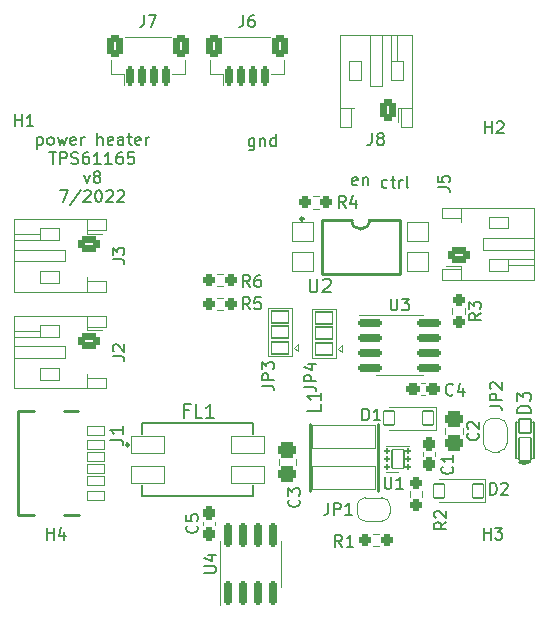
<source format=gbr>
%TF.GenerationSoftware,KiCad,Pcbnew,7.0.9*%
%TF.CreationDate,2024-04-01T19:19:28-06:00*%
%TF.ProjectId,TPS61165-heater-v8,54505336-3131-4363-952d-686561746572,rev?*%
%TF.SameCoordinates,Original*%
%TF.FileFunction,Legend,Top*%
%TF.FilePolarity,Positive*%
%FSLAX46Y46*%
G04 Gerber Fmt 4.6, Leading zero omitted, Abs format (unit mm)*
G04 Created by KiCad (PCBNEW 7.0.9) date 2024-04-01 19:19:28*
%MOMM*%
%LPD*%
G01*
G04 APERTURE LIST*
G04 Aperture macros list*
%AMRoundRect*
0 Rectangle with rounded corners*
0 $1 Rounding radius*
0 $2 $3 $4 $5 $6 $7 $8 $9 X,Y pos of 4 corners*
0 Add a 4 corners polygon primitive as box body*
4,1,4,$2,$3,$4,$5,$6,$7,$8,$9,$2,$3,0*
0 Add four circle primitives for the rounded corners*
1,1,$1+$1,$2,$3*
1,1,$1+$1,$4,$5*
1,1,$1+$1,$6,$7*
1,1,$1+$1,$8,$9*
0 Add four rect primitives between the rounded corners*
20,1,$1+$1,$2,$3,$4,$5,0*
20,1,$1+$1,$4,$5,$6,$7,0*
20,1,$1+$1,$6,$7,$8,$9,0*
20,1,$1+$1,$8,$9,$2,$3,0*%
%AMFreePoly0*
4,1,35,0.536062,0.786062,0.551000,0.750000,0.551000,-0.750000,0.536062,-0.786062,0.500000,-0.801000,0.000000,-0.801000,-0.012285,-0.795911,-0.071157,-0.795911,-0.085525,-0.793845,-0.222076,-0.753750,-0.235281,-0.747720,-0.355003,-0.670779,-0.365973,-0.661273,-0.459170,-0.553718,-0.467018,-0.541506,-0.526137,-0.412052,-0.530227,-0.398124,-0.550481,-0.257258,-0.551000,-0.250000,-0.551000,0.250000,
-0.550481,0.257258,-0.530227,0.398124,-0.526137,0.412052,-0.467018,0.541506,-0.459170,0.553718,-0.365973,0.661273,-0.355003,0.670779,-0.235281,0.747720,-0.222076,0.753750,-0.085525,0.793845,-0.071157,0.795911,-0.012285,0.795911,0.000000,0.801000,0.500000,0.801000,0.536062,0.786062,0.536062,0.786062,$1*%
%AMFreePoly1*
4,1,35,0.012285,0.795911,0.071157,0.795911,0.085525,0.793845,0.222076,0.753750,0.235281,0.747720,0.355003,0.670779,0.365973,0.661273,0.459170,0.553718,0.467018,0.541506,0.526137,0.412052,0.530227,0.398124,0.550481,0.257258,0.551000,0.250000,0.551000,-0.250000,0.550481,-0.257258,0.530227,-0.398124,0.526137,-0.412052,0.467018,-0.541506,0.459170,-0.553718,0.365973,-0.661273,
0.355003,-0.670779,0.235281,-0.747720,0.222076,-0.753750,0.085525,-0.793845,0.071157,-0.795911,0.012285,-0.795911,0.000000,-0.801000,-0.500000,-0.801000,-0.536062,-0.786062,-0.551000,-0.750000,-0.551000,0.750000,-0.536062,0.786062,-0.500000,0.801000,0.000000,0.801000,0.012285,0.795911,0.012285,0.795911,$1*%
G04 Aperture macros list end*
%ADD10C,0.150000*%
%ADD11C,0.152000*%
%ADD12C,0.120000*%
%ADD13C,0.254000*%
%ADD14C,0.250000*%
%ADD15RoundRect,0.301000X-0.625000X0.350000X-0.625000X-0.350000X0.625000X-0.350000X0.625000X0.350000X0*%
%ADD16O,1.852000X1.302000*%
%ADD17RoundRect,0.301000X0.625000X-0.350000X0.625000X0.350000X-0.625000X0.350000X-0.625000X-0.350000X0*%
%ADD18O,1.902000X1.202000*%
%ADD19RoundRect,0.051000X-0.750000X0.350000X-0.750000X-0.350000X0.750000X-0.350000X0.750000X0.350000X0*%
%ADD20RoundRect,0.051000X-0.750000X0.380000X-0.750000X-0.380000X0.750000X-0.380000X0.750000X0.380000X0*%
%ADD21RoundRect,0.051000X-0.750000X0.400000X-0.750000X-0.400000X0.750000X-0.400000X0.750000X0.400000X0*%
%ADD22RoundRect,0.144750X0.093750X0.106250X-0.093750X0.106250X-0.093750X-0.106250X0.093750X-0.106250X0*%
%ADD23RoundRect,0.051000X0.500000X0.800000X-0.500000X0.800000X-0.500000X-0.800000X0.500000X-0.800000X0*%
%ADD24RoundRect,0.051000X2.650000X-1.000000X2.650000X1.000000X-2.650000X1.000000X-2.650000X-1.000000X0*%
%ADD25RoundRect,0.288500X-0.237500X0.250000X-0.237500X-0.250000X0.237500X-0.250000X0.237500X0.250000X0*%
%ADD26RoundRect,0.051000X-1.412500X-0.700000X1.412500X-0.700000X1.412500X0.700000X-1.412500X0.700000X0*%
%ADD27RoundRect,0.301000X0.475000X-0.337500X0.475000X0.337500X-0.475000X0.337500X-0.475000X-0.337500X0*%
%ADD28RoundRect,0.051000X0.450000X0.600000X-0.450000X0.600000X-0.450000X-0.600000X0.450000X-0.600000X0*%
%ADD29RoundRect,0.288500X0.237500X-0.300000X0.237500X0.300000X-0.237500X0.300000X-0.237500X-0.300000X0*%
%ADD30RoundRect,0.301000X-0.475000X0.337500X-0.475000X-0.337500X0.475000X-0.337500X0.475000X0.337500X0*%
%ADD31RoundRect,0.288500X0.250000X0.237500X-0.250000X0.237500X-0.250000X-0.237500X0.250000X-0.237500X0*%
%ADD32RoundRect,0.051000X0.900000X0.800000X-0.900000X0.800000X-0.900000X-0.800000X0.900000X-0.800000X0*%
%ADD33RoundRect,0.288500X-0.300000X-0.237500X0.300000X-0.237500X0.300000X0.237500X-0.300000X0.237500X0*%
%ADD34RoundRect,0.201000X-0.150000X-0.625000X0.150000X-0.625000X0.150000X0.625000X-0.150000X0.625000X0*%
%ADD35RoundRect,0.301000X-0.350000X-0.650000X0.350000X-0.650000X0.350000X0.650000X-0.350000X0.650000X0*%
%ADD36RoundRect,0.288500X-0.250000X-0.237500X0.250000X-0.237500X0.250000X0.237500X-0.250000X0.237500X0*%
%ADD37RoundRect,0.051000X0.750000X-0.500000X0.750000X0.500000X-0.750000X0.500000X-0.750000X-0.500000X0*%
%ADD38FreePoly0,90.000000*%
%ADD39FreePoly1,90.000000*%
%ADD40RoundRect,0.201000X-0.825000X-0.150000X0.825000X-0.150000X0.825000X0.150000X-0.825000X0.150000X0*%
%ADD41RoundRect,0.051000X-0.505000X0.950000X-0.505000X-0.950000X0.505000X-0.950000X0.505000X0.950000X0*%
%ADD42RoundRect,0.051000X-0.505000X0.590000X-0.505000X-0.590000X0.505000X-0.590000X0.505000X0.590000X0*%
%ADD43C,3.702000*%
%ADD44C,6.502000*%
%ADD45RoundRect,0.301000X0.350000X0.625000X-0.350000X0.625000X-0.350000X-0.625000X0.350000X-0.625000X0*%
%ADD46O,1.302000X1.852000*%
%ADD47FreePoly0,0.000000*%
%ADD48FreePoly1,0.000000*%
%ADD49RoundRect,0.201000X0.150000X-0.825000X0.150000X0.825000X-0.150000X0.825000X-0.150000X-0.825000X0*%
G04 APERTURE END LIST*
D10*
X144538095Y-60207200D02*
X144442857Y-60254819D01*
X144442857Y-60254819D02*
X144252381Y-60254819D01*
X144252381Y-60254819D02*
X144157143Y-60207200D01*
X144157143Y-60207200D02*
X144109524Y-60111961D01*
X144109524Y-60111961D02*
X144109524Y-59731009D01*
X144109524Y-59731009D02*
X144157143Y-59635771D01*
X144157143Y-59635771D02*
X144252381Y-59588152D01*
X144252381Y-59588152D02*
X144442857Y-59588152D01*
X144442857Y-59588152D02*
X144538095Y-59635771D01*
X144538095Y-59635771D02*
X144585714Y-59731009D01*
X144585714Y-59731009D02*
X144585714Y-59826247D01*
X144585714Y-59826247D02*
X144109524Y-59921485D01*
X145014286Y-59588152D02*
X145014286Y-60254819D01*
X145014286Y-59683390D02*
X145061905Y-59635771D01*
X145061905Y-59635771D02*
X145157143Y-59588152D01*
X145157143Y-59588152D02*
X145300000Y-59588152D01*
X145300000Y-59588152D02*
X145395238Y-59635771D01*
X145395238Y-59635771D02*
X145442857Y-59731009D01*
X145442857Y-59731009D02*
X145442857Y-60254819D01*
X135809523Y-56288152D02*
X135809523Y-57097676D01*
X135809523Y-57097676D02*
X135761904Y-57192914D01*
X135761904Y-57192914D02*
X135714285Y-57240533D01*
X135714285Y-57240533D02*
X135619047Y-57288152D01*
X135619047Y-57288152D02*
X135476190Y-57288152D01*
X135476190Y-57288152D02*
X135380952Y-57240533D01*
X135809523Y-56907200D02*
X135714285Y-56954819D01*
X135714285Y-56954819D02*
X135523809Y-56954819D01*
X135523809Y-56954819D02*
X135428571Y-56907200D01*
X135428571Y-56907200D02*
X135380952Y-56859580D01*
X135380952Y-56859580D02*
X135333333Y-56764342D01*
X135333333Y-56764342D02*
X135333333Y-56478628D01*
X135333333Y-56478628D02*
X135380952Y-56383390D01*
X135380952Y-56383390D02*
X135428571Y-56335771D01*
X135428571Y-56335771D02*
X135523809Y-56288152D01*
X135523809Y-56288152D02*
X135714285Y-56288152D01*
X135714285Y-56288152D02*
X135809523Y-56335771D01*
X136285714Y-56288152D02*
X136285714Y-56954819D01*
X136285714Y-56383390D02*
X136333333Y-56335771D01*
X136333333Y-56335771D02*
X136428571Y-56288152D01*
X136428571Y-56288152D02*
X136571428Y-56288152D01*
X136571428Y-56288152D02*
X136666666Y-56335771D01*
X136666666Y-56335771D02*
X136714285Y-56431009D01*
X136714285Y-56431009D02*
X136714285Y-56954819D01*
X137619047Y-56954819D02*
X137619047Y-55954819D01*
X137619047Y-56907200D02*
X137523809Y-56954819D01*
X137523809Y-56954819D02*
X137333333Y-56954819D01*
X137333333Y-56954819D02*
X137238095Y-56907200D01*
X137238095Y-56907200D02*
X137190476Y-56859580D01*
X137190476Y-56859580D02*
X137142857Y-56764342D01*
X137142857Y-56764342D02*
X137142857Y-56478628D01*
X137142857Y-56478628D02*
X137190476Y-56383390D01*
X137190476Y-56383390D02*
X137238095Y-56335771D01*
X137238095Y-56335771D02*
X137333333Y-56288152D01*
X137333333Y-56288152D02*
X137523809Y-56288152D01*
X137523809Y-56288152D02*
X137619047Y-56335771D01*
X147080951Y-60407200D02*
X146985713Y-60454819D01*
X146985713Y-60454819D02*
X146795237Y-60454819D01*
X146795237Y-60454819D02*
X146699999Y-60407200D01*
X146699999Y-60407200D02*
X146652380Y-60359580D01*
X146652380Y-60359580D02*
X146604761Y-60264342D01*
X146604761Y-60264342D02*
X146604761Y-59978628D01*
X146604761Y-59978628D02*
X146652380Y-59883390D01*
X146652380Y-59883390D02*
X146699999Y-59835771D01*
X146699999Y-59835771D02*
X146795237Y-59788152D01*
X146795237Y-59788152D02*
X146985713Y-59788152D01*
X146985713Y-59788152D02*
X147080951Y-59835771D01*
X147366666Y-59788152D02*
X147747618Y-59788152D01*
X147509523Y-59454819D02*
X147509523Y-60311961D01*
X147509523Y-60311961D02*
X147557142Y-60407200D01*
X147557142Y-60407200D02*
X147652380Y-60454819D01*
X147652380Y-60454819D02*
X147747618Y-60454819D01*
X148080952Y-60454819D02*
X148080952Y-59788152D01*
X148080952Y-59978628D02*
X148128571Y-59883390D01*
X148128571Y-59883390D02*
X148176190Y-59835771D01*
X148176190Y-59835771D02*
X148271428Y-59788152D01*
X148271428Y-59788152D02*
X148366666Y-59788152D01*
X148842857Y-60454819D02*
X148747619Y-60407200D01*
X148747619Y-60407200D02*
X148700000Y-60311961D01*
X148700000Y-60311961D02*
X148700000Y-59454819D01*
X117433332Y-56173152D02*
X117433332Y-57173152D01*
X117433332Y-56220771D02*
X117528570Y-56173152D01*
X117528570Y-56173152D02*
X117719046Y-56173152D01*
X117719046Y-56173152D02*
X117814284Y-56220771D01*
X117814284Y-56220771D02*
X117861903Y-56268390D01*
X117861903Y-56268390D02*
X117909522Y-56363628D01*
X117909522Y-56363628D02*
X117909522Y-56649342D01*
X117909522Y-56649342D02*
X117861903Y-56744580D01*
X117861903Y-56744580D02*
X117814284Y-56792200D01*
X117814284Y-56792200D02*
X117719046Y-56839819D01*
X117719046Y-56839819D02*
X117528570Y-56839819D01*
X117528570Y-56839819D02*
X117433332Y-56792200D01*
X118480951Y-56839819D02*
X118385713Y-56792200D01*
X118385713Y-56792200D02*
X118338094Y-56744580D01*
X118338094Y-56744580D02*
X118290475Y-56649342D01*
X118290475Y-56649342D02*
X118290475Y-56363628D01*
X118290475Y-56363628D02*
X118338094Y-56268390D01*
X118338094Y-56268390D02*
X118385713Y-56220771D01*
X118385713Y-56220771D02*
X118480951Y-56173152D01*
X118480951Y-56173152D02*
X118623808Y-56173152D01*
X118623808Y-56173152D02*
X118719046Y-56220771D01*
X118719046Y-56220771D02*
X118766665Y-56268390D01*
X118766665Y-56268390D02*
X118814284Y-56363628D01*
X118814284Y-56363628D02*
X118814284Y-56649342D01*
X118814284Y-56649342D02*
X118766665Y-56744580D01*
X118766665Y-56744580D02*
X118719046Y-56792200D01*
X118719046Y-56792200D02*
X118623808Y-56839819D01*
X118623808Y-56839819D02*
X118480951Y-56839819D01*
X119147618Y-56173152D02*
X119338094Y-56839819D01*
X119338094Y-56839819D02*
X119528570Y-56363628D01*
X119528570Y-56363628D02*
X119719046Y-56839819D01*
X119719046Y-56839819D02*
X119909522Y-56173152D01*
X120671427Y-56792200D02*
X120576189Y-56839819D01*
X120576189Y-56839819D02*
X120385713Y-56839819D01*
X120385713Y-56839819D02*
X120290475Y-56792200D01*
X120290475Y-56792200D02*
X120242856Y-56696961D01*
X120242856Y-56696961D02*
X120242856Y-56316009D01*
X120242856Y-56316009D02*
X120290475Y-56220771D01*
X120290475Y-56220771D02*
X120385713Y-56173152D01*
X120385713Y-56173152D02*
X120576189Y-56173152D01*
X120576189Y-56173152D02*
X120671427Y-56220771D01*
X120671427Y-56220771D02*
X120719046Y-56316009D01*
X120719046Y-56316009D02*
X120719046Y-56411247D01*
X120719046Y-56411247D02*
X120242856Y-56506485D01*
X121147618Y-56839819D02*
X121147618Y-56173152D01*
X121147618Y-56363628D02*
X121195237Y-56268390D01*
X121195237Y-56268390D02*
X121242856Y-56220771D01*
X121242856Y-56220771D02*
X121338094Y-56173152D01*
X121338094Y-56173152D02*
X121433332Y-56173152D01*
X122528571Y-56839819D02*
X122528571Y-55839819D01*
X122957142Y-56839819D02*
X122957142Y-56316009D01*
X122957142Y-56316009D02*
X122909523Y-56220771D01*
X122909523Y-56220771D02*
X122814285Y-56173152D01*
X122814285Y-56173152D02*
X122671428Y-56173152D01*
X122671428Y-56173152D02*
X122576190Y-56220771D01*
X122576190Y-56220771D02*
X122528571Y-56268390D01*
X123814285Y-56792200D02*
X123719047Y-56839819D01*
X123719047Y-56839819D02*
X123528571Y-56839819D01*
X123528571Y-56839819D02*
X123433333Y-56792200D01*
X123433333Y-56792200D02*
X123385714Y-56696961D01*
X123385714Y-56696961D02*
X123385714Y-56316009D01*
X123385714Y-56316009D02*
X123433333Y-56220771D01*
X123433333Y-56220771D02*
X123528571Y-56173152D01*
X123528571Y-56173152D02*
X123719047Y-56173152D01*
X123719047Y-56173152D02*
X123814285Y-56220771D01*
X123814285Y-56220771D02*
X123861904Y-56316009D01*
X123861904Y-56316009D02*
X123861904Y-56411247D01*
X123861904Y-56411247D02*
X123385714Y-56506485D01*
X124719047Y-56839819D02*
X124719047Y-56316009D01*
X124719047Y-56316009D02*
X124671428Y-56220771D01*
X124671428Y-56220771D02*
X124576190Y-56173152D01*
X124576190Y-56173152D02*
X124385714Y-56173152D01*
X124385714Y-56173152D02*
X124290476Y-56220771D01*
X124719047Y-56792200D02*
X124623809Y-56839819D01*
X124623809Y-56839819D02*
X124385714Y-56839819D01*
X124385714Y-56839819D02*
X124290476Y-56792200D01*
X124290476Y-56792200D02*
X124242857Y-56696961D01*
X124242857Y-56696961D02*
X124242857Y-56601723D01*
X124242857Y-56601723D02*
X124290476Y-56506485D01*
X124290476Y-56506485D02*
X124385714Y-56458866D01*
X124385714Y-56458866D02*
X124623809Y-56458866D01*
X124623809Y-56458866D02*
X124719047Y-56411247D01*
X125052381Y-56173152D02*
X125433333Y-56173152D01*
X125195238Y-55839819D02*
X125195238Y-56696961D01*
X125195238Y-56696961D02*
X125242857Y-56792200D01*
X125242857Y-56792200D02*
X125338095Y-56839819D01*
X125338095Y-56839819D02*
X125433333Y-56839819D01*
X126147619Y-56792200D02*
X126052381Y-56839819D01*
X126052381Y-56839819D02*
X125861905Y-56839819D01*
X125861905Y-56839819D02*
X125766667Y-56792200D01*
X125766667Y-56792200D02*
X125719048Y-56696961D01*
X125719048Y-56696961D02*
X125719048Y-56316009D01*
X125719048Y-56316009D02*
X125766667Y-56220771D01*
X125766667Y-56220771D02*
X125861905Y-56173152D01*
X125861905Y-56173152D02*
X126052381Y-56173152D01*
X126052381Y-56173152D02*
X126147619Y-56220771D01*
X126147619Y-56220771D02*
X126195238Y-56316009D01*
X126195238Y-56316009D02*
X126195238Y-56411247D01*
X126195238Y-56411247D02*
X125719048Y-56506485D01*
X126623810Y-56839819D02*
X126623810Y-56173152D01*
X126623810Y-56363628D02*
X126671429Y-56268390D01*
X126671429Y-56268390D02*
X126719048Y-56220771D01*
X126719048Y-56220771D02*
X126814286Y-56173152D01*
X126814286Y-56173152D02*
X126909524Y-56173152D01*
X118457143Y-57449819D02*
X119028571Y-57449819D01*
X118742857Y-58449819D02*
X118742857Y-57449819D01*
X119361905Y-58449819D02*
X119361905Y-57449819D01*
X119361905Y-57449819D02*
X119742857Y-57449819D01*
X119742857Y-57449819D02*
X119838095Y-57497438D01*
X119838095Y-57497438D02*
X119885714Y-57545057D01*
X119885714Y-57545057D02*
X119933333Y-57640295D01*
X119933333Y-57640295D02*
X119933333Y-57783152D01*
X119933333Y-57783152D02*
X119885714Y-57878390D01*
X119885714Y-57878390D02*
X119838095Y-57926009D01*
X119838095Y-57926009D02*
X119742857Y-57973628D01*
X119742857Y-57973628D02*
X119361905Y-57973628D01*
X120314286Y-58402200D02*
X120457143Y-58449819D01*
X120457143Y-58449819D02*
X120695238Y-58449819D01*
X120695238Y-58449819D02*
X120790476Y-58402200D01*
X120790476Y-58402200D02*
X120838095Y-58354580D01*
X120838095Y-58354580D02*
X120885714Y-58259342D01*
X120885714Y-58259342D02*
X120885714Y-58164104D01*
X120885714Y-58164104D02*
X120838095Y-58068866D01*
X120838095Y-58068866D02*
X120790476Y-58021247D01*
X120790476Y-58021247D02*
X120695238Y-57973628D01*
X120695238Y-57973628D02*
X120504762Y-57926009D01*
X120504762Y-57926009D02*
X120409524Y-57878390D01*
X120409524Y-57878390D02*
X120361905Y-57830771D01*
X120361905Y-57830771D02*
X120314286Y-57735533D01*
X120314286Y-57735533D02*
X120314286Y-57640295D01*
X120314286Y-57640295D02*
X120361905Y-57545057D01*
X120361905Y-57545057D02*
X120409524Y-57497438D01*
X120409524Y-57497438D02*
X120504762Y-57449819D01*
X120504762Y-57449819D02*
X120742857Y-57449819D01*
X120742857Y-57449819D02*
X120885714Y-57497438D01*
X121742857Y-57449819D02*
X121552381Y-57449819D01*
X121552381Y-57449819D02*
X121457143Y-57497438D01*
X121457143Y-57497438D02*
X121409524Y-57545057D01*
X121409524Y-57545057D02*
X121314286Y-57687914D01*
X121314286Y-57687914D02*
X121266667Y-57878390D01*
X121266667Y-57878390D02*
X121266667Y-58259342D01*
X121266667Y-58259342D02*
X121314286Y-58354580D01*
X121314286Y-58354580D02*
X121361905Y-58402200D01*
X121361905Y-58402200D02*
X121457143Y-58449819D01*
X121457143Y-58449819D02*
X121647619Y-58449819D01*
X121647619Y-58449819D02*
X121742857Y-58402200D01*
X121742857Y-58402200D02*
X121790476Y-58354580D01*
X121790476Y-58354580D02*
X121838095Y-58259342D01*
X121838095Y-58259342D02*
X121838095Y-58021247D01*
X121838095Y-58021247D02*
X121790476Y-57926009D01*
X121790476Y-57926009D02*
X121742857Y-57878390D01*
X121742857Y-57878390D02*
X121647619Y-57830771D01*
X121647619Y-57830771D02*
X121457143Y-57830771D01*
X121457143Y-57830771D02*
X121361905Y-57878390D01*
X121361905Y-57878390D02*
X121314286Y-57926009D01*
X121314286Y-57926009D02*
X121266667Y-58021247D01*
X122790476Y-58449819D02*
X122219048Y-58449819D01*
X122504762Y-58449819D02*
X122504762Y-57449819D01*
X122504762Y-57449819D02*
X122409524Y-57592676D01*
X122409524Y-57592676D02*
X122314286Y-57687914D01*
X122314286Y-57687914D02*
X122219048Y-57735533D01*
X123742857Y-58449819D02*
X123171429Y-58449819D01*
X123457143Y-58449819D02*
X123457143Y-57449819D01*
X123457143Y-57449819D02*
X123361905Y-57592676D01*
X123361905Y-57592676D02*
X123266667Y-57687914D01*
X123266667Y-57687914D02*
X123171429Y-57735533D01*
X124600000Y-57449819D02*
X124409524Y-57449819D01*
X124409524Y-57449819D02*
X124314286Y-57497438D01*
X124314286Y-57497438D02*
X124266667Y-57545057D01*
X124266667Y-57545057D02*
X124171429Y-57687914D01*
X124171429Y-57687914D02*
X124123810Y-57878390D01*
X124123810Y-57878390D02*
X124123810Y-58259342D01*
X124123810Y-58259342D02*
X124171429Y-58354580D01*
X124171429Y-58354580D02*
X124219048Y-58402200D01*
X124219048Y-58402200D02*
X124314286Y-58449819D01*
X124314286Y-58449819D02*
X124504762Y-58449819D01*
X124504762Y-58449819D02*
X124600000Y-58402200D01*
X124600000Y-58402200D02*
X124647619Y-58354580D01*
X124647619Y-58354580D02*
X124695238Y-58259342D01*
X124695238Y-58259342D02*
X124695238Y-58021247D01*
X124695238Y-58021247D02*
X124647619Y-57926009D01*
X124647619Y-57926009D02*
X124600000Y-57878390D01*
X124600000Y-57878390D02*
X124504762Y-57830771D01*
X124504762Y-57830771D02*
X124314286Y-57830771D01*
X124314286Y-57830771D02*
X124219048Y-57878390D01*
X124219048Y-57878390D02*
X124171429Y-57926009D01*
X124171429Y-57926009D02*
X124123810Y-58021247D01*
X125600000Y-57449819D02*
X125123810Y-57449819D01*
X125123810Y-57449819D02*
X125076191Y-57926009D01*
X125076191Y-57926009D02*
X125123810Y-57878390D01*
X125123810Y-57878390D02*
X125219048Y-57830771D01*
X125219048Y-57830771D02*
X125457143Y-57830771D01*
X125457143Y-57830771D02*
X125552381Y-57878390D01*
X125552381Y-57878390D02*
X125600000Y-57926009D01*
X125600000Y-57926009D02*
X125647619Y-58021247D01*
X125647619Y-58021247D02*
X125647619Y-58259342D01*
X125647619Y-58259342D02*
X125600000Y-58354580D01*
X125600000Y-58354580D02*
X125552381Y-58402200D01*
X125552381Y-58402200D02*
X125457143Y-58449819D01*
X125457143Y-58449819D02*
X125219048Y-58449819D01*
X125219048Y-58449819D02*
X125123810Y-58402200D01*
X125123810Y-58402200D02*
X125076191Y-58354580D01*
X121385714Y-59393152D02*
X121623809Y-60059819D01*
X121623809Y-60059819D02*
X121861904Y-59393152D01*
X122385714Y-59488390D02*
X122290476Y-59440771D01*
X122290476Y-59440771D02*
X122242857Y-59393152D01*
X122242857Y-59393152D02*
X122195238Y-59297914D01*
X122195238Y-59297914D02*
X122195238Y-59250295D01*
X122195238Y-59250295D02*
X122242857Y-59155057D01*
X122242857Y-59155057D02*
X122290476Y-59107438D01*
X122290476Y-59107438D02*
X122385714Y-59059819D01*
X122385714Y-59059819D02*
X122576190Y-59059819D01*
X122576190Y-59059819D02*
X122671428Y-59107438D01*
X122671428Y-59107438D02*
X122719047Y-59155057D01*
X122719047Y-59155057D02*
X122766666Y-59250295D01*
X122766666Y-59250295D02*
X122766666Y-59297914D01*
X122766666Y-59297914D02*
X122719047Y-59393152D01*
X122719047Y-59393152D02*
X122671428Y-59440771D01*
X122671428Y-59440771D02*
X122576190Y-59488390D01*
X122576190Y-59488390D02*
X122385714Y-59488390D01*
X122385714Y-59488390D02*
X122290476Y-59536009D01*
X122290476Y-59536009D02*
X122242857Y-59583628D01*
X122242857Y-59583628D02*
X122195238Y-59678866D01*
X122195238Y-59678866D02*
X122195238Y-59869342D01*
X122195238Y-59869342D02*
X122242857Y-59964580D01*
X122242857Y-59964580D02*
X122290476Y-60012200D01*
X122290476Y-60012200D02*
X122385714Y-60059819D01*
X122385714Y-60059819D02*
X122576190Y-60059819D01*
X122576190Y-60059819D02*
X122671428Y-60012200D01*
X122671428Y-60012200D02*
X122719047Y-59964580D01*
X122719047Y-59964580D02*
X122766666Y-59869342D01*
X122766666Y-59869342D02*
X122766666Y-59678866D01*
X122766666Y-59678866D02*
X122719047Y-59583628D01*
X122719047Y-59583628D02*
X122671428Y-59536009D01*
X122671428Y-59536009D02*
X122576190Y-59488390D01*
X119338095Y-60669819D02*
X120004761Y-60669819D01*
X120004761Y-60669819D02*
X119576190Y-61669819D01*
X121099999Y-60622200D02*
X120242857Y-61907914D01*
X121385714Y-60765057D02*
X121433333Y-60717438D01*
X121433333Y-60717438D02*
X121528571Y-60669819D01*
X121528571Y-60669819D02*
X121766666Y-60669819D01*
X121766666Y-60669819D02*
X121861904Y-60717438D01*
X121861904Y-60717438D02*
X121909523Y-60765057D01*
X121909523Y-60765057D02*
X121957142Y-60860295D01*
X121957142Y-60860295D02*
X121957142Y-60955533D01*
X121957142Y-60955533D02*
X121909523Y-61098390D01*
X121909523Y-61098390D02*
X121338095Y-61669819D01*
X121338095Y-61669819D02*
X121957142Y-61669819D01*
X122576190Y-60669819D02*
X122671428Y-60669819D01*
X122671428Y-60669819D02*
X122766666Y-60717438D01*
X122766666Y-60717438D02*
X122814285Y-60765057D01*
X122814285Y-60765057D02*
X122861904Y-60860295D01*
X122861904Y-60860295D02*
X122909523Y-61050771D01*
X122909523Y-61050771D02*
X122909523Y-61288866D01*
X122909523Y-61288866D02*
X122861904Y-61479342D01*
X122861904Y-61479342D02*
X122814285Y-61574580D01*
X122814285Y-61574580D02*
X122766666Y-61622200D01*
X122766666Y-61622200D02*
X122671428Y-61669819D01*
X122671428Y-61669819D02*
X122576190Y-61669819D01*
X122576190Y-61669819D02*
X122480952Y-61622200D01*
X122480952Y-61622200D02*
X122433333Y-61574580D01*
X122433333Y-61574580D02*
X122385714Y-61479342D01*
X122385714Y-61479342D02*
X122338095Y-61288866D01*
X122338095Y-61288866D02*
X122338095Y-61050771D01*
X122338095Y-61050771D02*
X122385714Y-60860295D01*
X122385714Y-60860295D02*
X122433333Y-60765057D01*
X122433333Y-60765057D02*
X122480952Y-60717438D01*
X122480952Y-60717438D02*
X122576190Y-60669819D01*
X123290476Y-60765057D02*
X123338095Y-60717438D01*
X123338095Y-60717438D02*
X123433333Y-60669819D01*
X123433333Y-60669819D02*
X123671428Y-60669819D01*
X123671428Y-60669819D02*
X123766666Y-60717438D01*
X123766666Y-60717438D02*
X123814285Y-60765057D01*
X123814285Y-60765057D02*
X123861904Y-60860295D01*
X123861904Y-60860295D02*
X123861904Y-60955533D01*
X123861904Y-60955533D02*
X123814285Y-61098390D01*
X123814285Y-61098390D02*
X123242857Y-61669819D01*
X123242857Y-61669819D02*
X123861904Y-61669819D01*
X124242857Y-60765057D02*
X124290476Y-60717438D01*
X124290476Y-60717438D02*
X124385714Y-60669819D01*
X124385714Y-60669819D02*
X124623809Y-60669819D01*
X124623809Y-60669819D02*
X124719047Y-60717438D01*
X124719047Y-60717438D02*
X124766666Y-60765057D01*
X124766666Y-60765057D02*
X124814285Y-60860295D01*
X124814285Y-60860295D02*
X124814285Y-60955533D01*
X124814285Y-60955533D02*
X124766666Y-61098390D01*
X124766666Y-61098390D02*
X124195238Y-61669819D01*
X124195238Y-61669819D02*
X124814285Y-61669819D01*
X123804819Y-74733333D02*
X124519104Y-74733333D01*
X124519104Y-74733333D02*
X124661961Y-74780952D01*
X124661961Y-74780952D02*
X124757200Y-74876190D01*
X124757200Y-74876190D02*
X124804819Y-75019047D01*
X124804819Y-75019047D02*
X124804819Y-75114285D01*
X123900057Y-74304761D02*
X123852438Y-74257142D01*
X123852438Y-74257142D02*
X123804819Y-74161904D01*
X123804819Y-74161904D02*
X123804819Y-73923809D01*
X123804819Y-73923809D02*
X123852438Y-73828571D01*
X123852438Y-73828571D02*
X123900057Y-73780952D01*
X123900057Y-73780952D02*
X123995295Y-73733333D01*
X123995295Y-73733333D02*
X124090533Y-73733333D01*
X124090533Y-73733333D02*
X124233390Y-73780952D01*
X124233390Y-73780952D02*
X124804819Y-74352380D01*
X124804819Y-74352380D02*
X124804819Y-73733333D01*
X151354819Y-60433333D02*
X152069104Y-60433333D01*
X152069104Y-60433333D02*
X152211961Y-60480952D01*
X152211961Y-60480952D02*
X152307200Y-60576190D01*
X152307200Y-60576190D02*
X152354819Y-60719047D01*
X152354819Y-60719047D02*
X152354819Y-60814285D01*
X151354819Y-59480952D02*
X151354819Y-59957142D01*
X151354819Y-59957142D02*
X151831009Y-60004761D01*
X151831009Y-60004761D02*
X151783390Y-59957142D01*
X151783390Y-59957142D02*
X151735771Y-59861904D01*
X151735771Y-59861904D02*
X151735771Y-59623809D01*
X151735771Y-59623809D02*
X151783390Y-59528571D01*
X151783390Y-59528571D02*
X151831009Y-59480952D01*
X151831009Y-59480952D02*
X151926247Y-59433333D01*
X151926247Y-59433333D02*
X152164342Y-59433333D01*
X152164342Y-59433333D02*
X152259580Y-59480952D01*
X152259580Y-59480952D02*
X152307200Y-59528571D01*
X152307200Y-59528571D02*
X152354819Y-59623809D01*
X152354819Y-59623809D02*
X152354819Y-59861904D01*
X152354819Y-59861904D02*
X152307200Y-59957142D01*
X152307200Y-59957142D02*
X152259580Y-60004761D01*
D11*
X123566869Y-81801285D02*
X124383298Y-81801285D01*
X124383298Y-81801285D02*
X124546583Y-81855714D01*
X124546583Y-81855714D02*
X124655441Y-81964571D01*
X124655441Y-81964571D02*
X124709869Y-82127857D01*
X124709869Y-82127857D02*
X124709869Y-82236714D01*
X124709869Y-80658285D02*
X124709869Y-81311428D01*
X124709869Y-80984857D02*
X123566869Y-80984857D01*
X123566869Y-80984857D02*
X123730155Y-81093714D01*
X123730155Y-81093714D02*
X123839012Y-81202571D01*
X123839012Y-81202571D02*
X123893441Y-81311428D01*
D10*
X146838095Y-84954819D02*
X146838095Y-85764342D01*
X146838095Y-85764342D02*
X146885714Y-85859580D01*
X146885714Y-85859580D02*
X146933333Y-85907200D01*
X146933333Y-85907200D02*
X147028571Y-85954819D01*
X147028571Y-85954819D02*
X147219047Y-85954819D01*
X147219047Y-85954819D02*
X147314285Y-85907200D01*
X147314285Y-85907200D02*
X147361904Y-85859580D01*
X147361904Y-85859580D02*
X147409523Y-85764342D01*
X147409523Y-85764342D02*
X147409523Y-84954819D01*
X148409523Y-85954819D02*
X147838095Y-85954819D01*
X148123809Y-85954819D02*
X148123809Y-84954819D01*
X148123809Y-84954819D02*
X148028571Y-85097676D01*
X148028571Y-85097676D02*
X147933333Y-85192914D01*
X147933333Y-85192914D02*
X147838095Y-85240533D01*
D11*
X141420869Y-78783571D02*
X141420869Y-79327857D01*
X141420869Y-79327857D02*
X140277869Y-79327857D01*
X141420869Y-77803856D02*
X141420869Y-78456999D01*
X141420869Y-78130428D02*
X140277869Y-78130428D01*
X140277869Y-78130428D02*
X140441155Y-78239285D01*
X140441155Y-78239285D02*
X140550012Y-78348142D01*
X140550012Y-78348142D02*
X140604441Y-78456999D01*
D10*
X152054819Y-88766666D02*
X151578628Y-89099999D01*
X152054819Y-89338094D02*
X151054819Y-89338094D01*
X151054819Y-89338094D02*
X151054819Y-88957142D01*
X151054819Y-88957142D02*
X151102438Y-88861904D01*
X151102438Y-88861904D02*
X151150057Y-88814285D01*
X151150057Y-88814285D02*
X151245295Y-88766666D01*
X151245295Y-88766666D02*
X151388152Y-88766666D01*
X151388152Y-88766666D02*
X151483390Y-88814285D01*
X151483390Y-88814285D02*
X151531009Y-88861904D01*
X151531009Y-88861904D02*
X151578628Y-88957142D01*
X151578628Y-88957142D02*
X151578628Y-89338094D01*
X151150057Y-88385713D02*
X151102438Y-88338094D01*
X151102438Y-88338094D02*
X151054819Y-88242856D01*
X151054819Y-88242856D02*
X151054819Y-88004761D01*
X151054819Y-88004761D02*
X151102438Y-87909523D01*
X151102438Y-87909523D02*
X151150057Y-87861904D01*
X151150057Y-87861904D02*
X151245295Y-87814285D01*
X151245295Y-87814285D02*
X151340533Y-87814285D01*
X151340533Y-87814285D02*
X151483390Y-87861904D01*
X151483390Y-87861904D02*
X152054819Y-88433332D01*
X152054819Y-88433332D02*
X152054819Y-87814285D01*
D11*
X130253142Y-79322155D02*
X129872142Y-79322155D01*
X129872142Y-79920869D02*
X129872142Y-78777869D01*
X129872142Y-78777869D02*
X130416428Y-78777869D01*
X131396142Y-79920869D02*
X130851856Y-79920869D01*
X130851856Y-79920869D02*
X130851856Y-78777869D01*
X132375857Y-79920869D02*
X131722714Y-79920869D01*
X132049285Y-79920869D02*
X132049285Y-78777869D01*
X132049285Y-78777869D02*
X131940428Y-78941155D01*
X131940428Y-78941155D02*
X131831571Y-79050012D01*
X131831571Y-79050012D02*
X131722714Y-79104441D01*
D10*
X139559580Y-86866666D02*
X139607200Y-86914285D01*
X139607200Y-86914285D02*
X139654819Y-87057142D01*
X139654819Y-87057142D02*
X139654819Y-87152380D01*
X139654819Y-87152380D02*
X139607200Y-87295237D01*
X139607200Y-87295237D02*
X139511961Y-87390475D01*
X139511961Y-87390475D02*
X139416723Y-87438094D01*
X139416723Y-87438094D02*
X139226247Y-87485713D01*
X139226247Y-87485713D02*
X139083390Y-87485713D01*
X139083390Y-87485713D02*
X138892914Y-87438094D01*
X138892914Y-87438094D02*
X138797676Y-87390475D01*
X138797676Y-87390475D02*
X138702438Y-87295237D01*
X138702438Y-87295237D02*
X138654819Y-87152380D01*
X138654819Y-87152380D02*
X138654819Y-87057142D01*
X138654819Y-87057142D02*
X138702438Y-86914285D01*
X138702438Y-86914285D02*
X138750057Y-86866666D01*
X138654819Y-86533332D02*
X138654819Y-85914285D01*
X138654819Y-85914285D02*
X139035771Y-86247618D01*
X139035771Y-86247618D02*
X139035771Y-86104761D01*
X139035771Y-86104761D02*
X139083390Y-86009523D01*
X139083390Y-86009523D02*
X139131009Y-85961904D01*
X139131009Y-85961904D02*
X139226247Y-85914285D01*
X139226247Y-85914285D02*
X139464342Y-85914285D01*
X139464342Y-85914285D02*
X139559580Y-85961904D01*
X139559580Y-85961904D02*
X139607200Y-86009523D01*
X139607200Y-86009523D02*
X139654819Y-86104761D01*
X139654819Y-86104761D02*
X139654819Y-86390475D01*
X139654819Y-86390475D02*
X139607200Y-86485713D01*
X139607200Y-86485713D02*
X139559580Y-86533332D01*
X144961905Y-80154819D02*
X144961905Y-79154819D01*
X144961905Y-79154819D02*
X145200000Y-79154819D01*
X145200000Y-79154819D02*
X145342857Y-79202438D01*
X145342857Y-79202438D02*
X145438095Y-79297676D01*
X145438095Y-79297676D02*
X145485714Y-79392914D01*
X145485714Y-79392914D02*
X145533333Y-79583390D01*
X145533333Y-79583390D02*
X145533333Y-79726247D01*
X145533333Y-79726247D02*
X145485714Y-79916723D01*
X145485714Y-79916723D02*
X145438095Y-80011961D01*
X145438095Y-80011961D02*
X145342857Y-80107200D01*
X145342857Y-80107200D02*
X145200000Y-80154819D01*
X145200000Y-80154819D02*
X144961905Y-80154819D01*
X146485714Y-80154819D02*
X145914286Y-80154819D01*
X146200000Y-80154819D02*
X146200000Y-79154819D01*
X146200000Y-79154819D02*
X146104762Y-79297676D01*
X146104762Y-79297676D02*
X146009524Y-79392914D01*
X146009524Y-79392914D02*
X145914286Y-79440533D01*
X152559580Y-84066666D02*
X152607200Y-84114285D01*
X152607200Y-84114285D02*
X152654819Y-84257142D01*
X152654819Y-84257142D02*
X152654819Y-84352380D01*
X152654819Y-84352380D02*
X152607200Y-84495237D01*
X152607200Y-84495237D02*
X152511961Y-84590475D01*
X152511961Y-84590475D02*
X152416723Y-84638094D01*
X152416723Y-84638094D02*
X152226247Y-84685713D01*
X152226247Y-84685713D02*
X152083390Y-84685713D01*
X152083390Y-84685713D02*
X151892914Y-84638094D01*
X151892914Y-84638094D02*
X151797676Y-84590475D01*
X151797676Y-84590475D02*
X151702438Y-84495237D01*
X151702438Y-84495237D02*
X151654819Y-84352380D01*
X151654819Y-84352380D02*
X151654819Y-84257142D01*
X151654819Y-84257142D02*
X151702438Y-84114285D01*
X151702438Y-84114285D02*
X151750057Y-84066666D01*
X152654819Y-83114285D02*
X152654819Y-83685713D01*
X152654819Y-83399999D02*
X151654819Y-83399999D01*
X151654819Y-83399999D02*
X151797676Y-83495237D01*
X151797676Y-83495237D02*
X151892914Y-83590475D01*
X151892914Y-83590475D02*
X151940533Y-83685713D01*
X154739580Y-81241666D02*
X154787200Y-81289285D01*
X154787200Y-81289285D02*
X154834819Y-81432142D01*
X154834819Y-81432142D02*
X154834819Y-81527380D01*
X154834819Y-81527380D02*
X154787200Y-81670237D01*
X154787200Y-81670237D02*
X154691961Y-81765475D01*
X154691961Y-81765475D02*
X154596723Y-81813094D01*
X154596723Y-81813094D02*
X154406247Y-81860713D01*
X154406247Y-81860713D02*
X154263390Y-81860713D01*
X154263390Y-81860713D02*
X154072914Y-81813094D01*
X154072914Y-81813094D02*
X153977676Y-81765475D01*
X153977676Y-81765475D02*
X153882438Y-81670237D01*
X153882438Y-81670237D02*
X153834819Y-81527380D01*
X153834819Y-81527380D02*
X153834819Y-81432142D01*
X153834819Y-81432142D02*
X153882438Y-81289285D01*
X153882438Y-81289285D02*
X153930057Y-81241666D01*
X153930057Y-80860713D02*
X153882438Y-80813094D01*
X153882438Y-80813094D02*
X153834819Y-80717856D01*
X153834819Y-80717856D02*
X153834819Y-80479761D01*
X153834819Y-80479761D02*
X153882438Y-80384523D01*
X153882438Y-80384523D02*
X153930057Y-80336904D01*
X153930057Y-80336904D02*
X154025295Y-80289285D01*
X154025295Y-80289285D02*
X154120533Y-80289285D01*
X154120533Y-80289285D02*
X154263390Y-80336904D01*
X154263390Y-80336904D02*
X154834819Y-80908332D01*
X154834819Y-80908332D02*
X154834819Y-80289285D01*
X143533333Y-62154819D02*
X143200000Y-61678628D01*
X142961905Y-62154819D02*
X142961905Y-61154819D01*
X142961905Y-61154819D02*
X143342857Y-61154819D01*
X143342857Y-61154819D02*
X143438095Y-61202438D01*
X143438095Y-61202438D02*
X143485714Y-61250057D01*
X143485714Y-61250057D02*
X143533333Y-61345295D01*
X143533333Y-61345295D02*
X143533333Y-61488152D01*
X143533333Y-61488152D02*
X143485714Y-61583390D01*
X143485714Y-61583390D02*
X143438095Y-61631009D01*
X143438095Y-61631009D02*
X143342857Y-61678628D01*
X143342857Y-61678628D02*
X142961905Y-61678628D01*
X144390476Y-61488152D02*
X144390476Y-62154819D01*
X144152381Y-61107200D02*
X143914286Y-61821485D01*
X143914286Y-61821485D02*
X144533333Y-61821485D01*
D11*
X140486142Y-68177869D02*
X140486142Y-69103155D01*
X140486142Y-69103155D02*
X140540571Y-69212012D01*
X140540571Y-69212012D02*
X140595000Y-69266441D01*
X140595000Y-69266441D02*
X140703857Y-69320869D01*
X140703857Y-69320869D02*
X140921571Y-69320869D01*
X140921571Y-69320869D02*
X141030428Y-69266441D01*
X141030428Y-69266441D02*
X141084857Y-69212012D01*
X141084857Y-69212012D02*
X141139285Y-69103155D01*
X141139285Y-69103155D02*
X141139285Y-68177869D01*
X141629143Y-68286726D02*
X141683571Y-68232298D01*
X141683571Y-68232298D02*
X141792429Y-68177869D01*
X141792429Y-68177869D02*
X142064571Y-68177869D01*
X142064571Y-68177869D02*
X142173429Y-68232298D01*
X142173429Y-68232298D02*
X142227857Y-68286726D01*
X142227857Y-68286726D02*
X142282286Y-68395583D01*
X142282286Y-68395583D02*
X142282286Y-68504441D01*
X142282286Y-68504441D02*
X142227857Y-68667726D01*
X142227857Y-68667726D02*
X141574714Y-69320869D01*
X141574714Y-69320869D02*
X142282286Y-69320869D01*
D10*
X152633333Y-77959580D02*
X152585714Y-78007200D01*
X152585714Y-78007200D02*
X152442857Y-78054819D01*
X152442857Y-78054819D02*
X152347619Y-78054819D01*
X152347619Y-78054819D02*
X152204762Y-78007200D01*
X152204762Y-78007200D02*
X152109524Y-77911961D01*
X152109524Y-77911961D02*
X152061905Y-77816723D01*
X152061905Y-77816723D02*
X152014286Y-77626247D01*
X152014286Y-77626247D02*
X152014286Y-77483390D01*
X152014286Y-77483390D02*
X152061905Y-77292914D01*
X152061905Y-77292914D02*
X152109524Y-77197676D01*
X152109524Y-77197676D02*
X152204762Y-77102438D01*
X152204762Y-77102438D02*
X152347619Y-77054819D01*
X152347619Y-77054819D02*
X152442857Y-77054819D01*
X152442857Y-77054819D02*
X152585714Y-77102438D01*
X152585714Y-77102438D02*
X152633333Y-77150057D01*
X153490476Y-77388152D02*
X153490476Y-78054819D01*
X153252381Y-77007200D02*
X153014286Y-77721485D01*
X153014286Y-77721485D02*
X153633333Y-77721485D01*
X134866666Y-45854819D02*
X134866666Y-46569104D01*
X134866666Y-46569104D02*
X134819047Y-46711961D01*
X134819047Y-46711961D02*
X134723809Y-46807200D01*
X134723809Y-46807200D02*
X134580952Y-46854819D01*
X134580952Y-46854819D02*
X134485714Y-46854819D01*
X135771428Y-45854819D02*
X135580952Y-45854819D01*
X135580952Y-45854819D02*
X135485714Y-45902438D01*
X135485714Y-45902438D02*
X135438095Y-45950057D01*
X135438095Y-45950057D02*
X135342857Y-46092914D01*
X135342857Y-46092914D02*
X135295238Y-46283390D01*
X135295238Y-46283390D02*
X135295238Y-46664342D01*
X135295238Y-46664342D02*
X135342857Y-46759580D01*
X135342857Y-46759580D02*
X135390476Y-46807200D01*
X135390476Y-46807200D02*
X135485714Y-46854819D01*
X135485714Y-46854819D02*
X135676190Y-46854819D01*
X135676190Y-46854819D02*
X135771428Y-46807200D01*
X135771428Y-46807200D02*
X135819047Y-46759580D01*
X135819047Y-46759580D02*
X135866666Y-46664342D01*
X135866666Y-46664342D02*
X135866666Y-46426247D01*
X135866666Y-46426247D02*
X135819047Y-46331009D01*
X135819047Y-46331009D02*
X135771428Y-46283390D01*
X135771428Y-46283390D02*
X135676190Y-46235771D01*
X135676190Y-46235771D02*
X135485714Y-46235771D01*
X135485714Y-46235771D02*
X135390476Y-46283390D01*
X135390476Y-46283390D02*
X135342857Y-46331009D01*
X135342857Y-46331009D02*
X135295238Y-46426247D01*
X154984819Y-71066666D02*
X154508628Y-71399999D01*
X154984819Y-71638094D02*
X153984819Y-71638094D01*
X153984819Y-71638094D02*
X153984819Y-71257142D01*
X153984819Y-71257142D02*
X154032438Y-71161904D01*
X154032438Y-71161904D02*
X154080057Y-71114285D01*
X154080057Y-71114285D02*
X154175295Y-71066666D01*
X154175295Y-71066666D02*
X154318152Y-71066666D01*
X154318152Y-71066666D02*
X154413390Y-71114285D01*
X154413390Y-71114285D02*
X154461009Y-71161904D01*
X154461009Y-71161904D02*
X154508628Y-71257142D01*
X154508628Y-71257142D02*
X154508628Y-71638094D01*
X153984819Y-70733332D02*
X153984819Y-70114285D01*
X153984819Y-70114285D02*
X154365771Y-70447618D01*
X154365771Y-70447618D02*
X154365771Y-70304761D01*
X154365771Y-70304761D02*
X154413390Y-70209523D01*
X154413390Y-70209523D02*
X154461009Y-70161904D01*
X154461009Y-70161904D02*
X154556247Y-70114285D01*
X154556247Y-70114285D02*
X154794342Y-70114285D01*
X154794342Y-70114285D02*
X154889580Y-70161904D01*
X154889580Y-70161904D02*
X154937200Y-70209523D01*
X154937200Y-70209523D02*
X154984819Y-70304761D01*
X154984819Y-70304761D02*
X154984819Y-70590475D01*
X154984819Y-70590475D02*
X154937200Y-70685713D01*
X154937200Y-70685713D02*
X154889580Y-70733332D01*
X135433333Y-70754819D02*
X135100000Y-70278628D01*
X134861905Y-70754819D02*
X134861905Y-69754819D01*
X134861905Y-69754819D02*
X135242857Y-69754819D01*
X135242857Y-69754819D02*
X135338095Y-69802438D01*
X135338095Y-69802438D02*
X135385714Y-69850057D01*
X135385714Y-69850057D02*
X135433333Y-69945295D01*
X135433333Y-69945295D02*
X135433333Y-70088152D01*
X135433333Y-70088152D02*
X135385714Y-70183390D01*
X135385714Y-70183390D02*
X135338095Y-70231009D01*
X135338095Y-70231009D02*
X135242857Y-70278628D01*
X135242857Y-70278628D02*
X134861905Y-70278628D01*
X136338095Y-69754819D02*
X135861905Y-69754819D01*
X135861905Y-69754819D02*
X135814286Y-70231009D01*
X135814286Y-70231009D02*
X135861905Y-70183390D01*
X135861905Y-70183390D02*
X135957143Y-70135771D01*
X135957143Y-70135771D02*
X136195238Y-70135771D01*
X136195238Y-70135771D02*
X136290476Y-70183390D01*
X136290476Y-70183390D02*
X136338095Y-70231009D01*
X136338095Y-70231009D02*
X136385714Y-70326247D01*
X136385714Y-70326247D02*
X136385714Y-70564342D01*
X136385714Y-70564342D02*
X136338095Y-70659580D01*
X136338095Y-70659580D02*
X136290476Y-70707200D01*
X136290476Y-70707200D02*
X136195238Y-70754819D01*
X136195238Y-70754819D02*
X135957143Y-70754819D01*
X135957143Y-70754819D02*
X135861905Y-70707200D01*
X135861905Y-70707200D02*
X135814286Y-70659580D01*
X135433333Y-68854819D02*
X135100000Y-68378628D01*
X134861905Y-68854819D02*
X134861905Y-67854819D01*
X134861905Y-67854819D02*
X135242857Y-67854819D01*
X135242857Y-67854819D02*
X135338095Y-67902438D01*
X135338095Y-67902438D02*
X135385714Y-67950057D01*
X135385714Y-67950057D02*
X135433333Y-68045295D01*
X135433333Y-68045295D02*
X135433333Y-68188152D01*
X135433333Y-68188152D02*
X135385714Y-68283390D01*
X135385714Y-68283390D02*
X135338095Y-68331009D01*
X135338095Y-68331009D02*
X135242857Y-68378628D01*
X135242857Y-68378628D02*
X134861905Y-68378628D01*
X136290476Y-67854819D02*
X136100000Y-67854819D01*
X136100000Y-67854819D02*
X136004762Y-67902438D01*
X136004762Y-67902438D02*
X135957143Y-67950057D01*
X135957143Y-67950057D02*
X135861905Y-68092914D01*
X135861905Y-68092914D02*
X135814286Y-68283390D01*
X135814286Y-68283390D02*
X135814286Y-68664342D01*
X135814286Y-68664342D02*
X135861905Y-68759580D01*
X135861905Y-68759580D02*
X135909524Y-68807200D01*
X135909524Y-68807200D02*
X136004762Y-68854819D01*
X136004762Y-68854819D02*
X136195238Y-68854819D01*
X136195238Y-68854819D02*
X136290476Y-68807200D01*
X136290476Y-68807200D02*
X136338095Y-68759580D01*
X136338095Y-68759580D02*
X136385714Y-68664342D01*
X136385714Y-68664342D02*
X136385714Y-68426247D01*
X136385714Y-68426247D02*
X136338095Y-68331009D01*
X136338095Y-68331009D02*
X136290476Y-68283390D01*
X136290476Y-68283390D02*
X136195238Y-68235771D01*
X136195238Y-68235771D02*
X136004762Y-68235771D01*
X136004762Y-68235771D02*
X135909524Y-68283390D01*
X135909524Y-68283390D02*
X135861905Y-68331009D01*
X135861905Y-68331009D02*
X135814286Y-68426247D01*
X136454819Y-77233333D02*
X137169104Y-77233333D01*
X137169104Y-77233333D02*
X137311961Y-77280952D01*
X137311961Y-77280952D02*
X137407200Y-77376190D01*
X137407200Y-77376190D02*
X137454819Y-77519047D01*
X137454819Y-77519047D02*
X137454819Y-77614285D01*
X137454819Y-76757142D02*
X136454819Y-76757142D01*
X136454819Y-76757142D02*
X136454819Y-76376190D01*
X136454819Y-76376190D02*
X136502438Y-76280952D01*
X136502438Y-76280952D02*
X136550057Y-76233333D01*
X136550057Y-76233333D02*
X136645295Y-76185714D01*
X136645295Y-76185714D02*
X136788152Y-76185714D01*
X136788152Y-76185714D02*
X136883390Y-76233333D01*
X136883390Y-76233333D02*
X136931009Y-76280952D01*
X136931009Y-76280952D02*
X136978628Y-76376190D01*
X136978628Y-76376190D02*
X136978628Y-76757142D01*
X136454819Y-75852380D02*
X136454819Y-75233333D01*
X136454819Y-75233333D02*
X136835771Y-75566666D01*
X136835771Y-75566666D02*
X136835771Y-75423809D01*
X136835771Y-75423809D02*
X136883390Y-75328571D01*
X136883390Y-75328571D02*
X136931009Y-75280952D01*
X136931009Y-75280952D02*
X137026247Y-75233333D01*
X137026247Y-75233333D02*
X137264342Y-75233333D01*
X137264342Y-75233333D02*
X137359580Y-75280952D01*
X137359580Y-75280952D02*
X137407200Y-75328571D01*
X137407200Y-75328571D02*
X137454819Y-75423809D01*
X137454819Y-75423809D02*
X137454819Y-75709523D01*
X137454819Y-75709523D02*
X137407200Y-75804761D01*
X137407200Y-75804761D02*
X137359580Y-75852380D01*
X140054819Y-77333333D02*
X140769104Y-77333333D01*
X140769104Y-77333333D02*
X140911961Y-77380952D01*
X140911961Y-77380952D02*
X141007200Y-77476190D01*
X141007200Y-77476190D02*
X141054819Y-77619047D01*
X141054819Y-77619047D02*
X141054819Y-77714285D01*
X141054819Y-76857142D02*
X140054819Y-76857142D01*
X140054819Y-76857142D02*
X140054819Y-76476190D01*
X140054819Y-76476190D02*
X140102438Y-76380952D01*
X140102438Y-76380952D02*
X140150057Y-76333333D01*
X140150057Y-76333333D02*
X140245295Y-76285714D01*
X140245295Y-76285714D02*
X140388152Y-76285714D01*
X140388152Y-76285714D02*
X140483390Y-76333333D01*
X140483390Y-76333333D02*
X140531009Y-76380952D01*
X140531009Y-76380952D02*
X140578628Y-76476190D01*
X140578628Y-76476190D02*
X140578628Y-76857142D01*
X140388152Y-75428571D02*
X141054819Y-75428571D01*
X140007200Y-75666666D02*
X140721485Y-75904761D01*
X140721485Y-75904761D02*
X140721485Y-75285714D01*
X155761905Y-86454819D02*
X155761905Y-85454819D01*
X155761905Y-85454819D02*
X156000000Y-85454819D01*
X156000000Y-85454819D02*
X156142857Y-85502438D01*
X156142857Y-85502438D02*
X156238095Y-85597676D01*
X156238095Y-85597676D02*
X156285714Y-85692914D01*
X156285714Y-85692914D02*
X156333333Y-85883390D01*
X156333333Y-85883390D02*
X156333333Y-86026247D01*
X156333333Y-86026247D02*
X156285714Y-86216723D01*
X156285714Y-86216723D02*
X156238095Y-86311961D01*
X156238095Y-86311961D02*
X156142857Y-86407200D01*
X156142857Y-86407200D02*
X156000000Y-86454819D01*
X156000000Y-86454819D02*
X155761905Y-86454819D01*
X156714286Y-85550057D02*
X156761905Y-85502438D01*
X156761905Y-85502438D02*
X156857143Y-85454819D01*
X156857143Y-85454819D02*
X157095238Y-85454819D01*
X157095238Y-85454819D02*
X157190476Y-85502438D01*
X157190476Y-85502438D02*
X157238095Y-85550057D01*
X157238095Y-85550057D02*
X157285714Y-85645295D01*
X157285714Y-85645295D02*
X157285714Y-85740533D01*
X157285714Y-85740533D02*
X157238095Y-85883390D01*
X157238095Y-85883390D02*
X156666667Y-86454819D01*
X156666667Y-86454819D02*
X157285714Y-86454819D01*
X155754819Y-78933333D02*
X156469104Y-78933333D01*
X156469104Y-78933333D02*
X156611961Y-78980952D01*
X156611961Y-78980952D02*
X156707200Y-79076190D01*
X156707200Y-79076190D02*
X156754819Y-79219047D01*
X156754819Y-79219047D02*
X156754819Y-79314285D01*
X156754819Y-78457142D02*
X155754819Y-78457142D01*
X155754819Y-78457142D02*
X155754819Y-78076190D01*
X155754819Y-78076190D02*
X155802438Y-77980952D01*
X155802438Y-77980952D02*
X155850057Y-77933333D01*
X155850057Y-77933333D02*
X155945295Y-77885714D01*
X155945295Y-77885714D02*
X156088152Y-77885714D01*
X156088152Y-77885714D02*
X156183390Y-77933333D01*
X156183390Y-77933333D02*
X156231009Y-77980952D01*
X156231009Y-77980952D02*
X156278628Y-78076190D01*
X156278628Y-78076190D02*
X156278628Y-78457142D01*
X155850057Y-77504761D02*
X155802438Y-77457142D01*
X155802438Y-77457142D02*
X155754819Y-77361904D01*
X155754819Y-77361904D02*
X155754819Y-77123809D01*
X155754819Y-77123809D02*
X155802438Y-77028571D01*
X155802438Y-77028571D02*
X155850057Y-76980952D01*
X155850057Y-76980952D02*
X155945295Y-76933333D01*
X155945295Y-76933333D02*
X156040533Y-76933333D01*
X156040533Y-76933333D02*
X156183390Y-76980952D01*
X156183390Y-76980952D02*
X156754819Y-77552380D01*
X156754819Y-77552380D02*
X156754819Y-76933333D01*
X147338095Y-69854819D02*
X147338095Y-70664342D01*
X147338095Y-70664342D02*
X147385714Y-70759580D01*
X147385714Y-70759580D02*
X147433333Y-70807200D01*
X147433333Y-70807200D02*
X147528571Y-70854819D01*
X147528571Y-70854819D02*
X147719047Y-70854819D01*
X147719047Y-70854819D02*
X147814285Y-70807200D01*
X147814285Y-70807200D02*
X147861904Y-70759580D01*
X147861904Y-70759580D02*
X147909523Y-70664342D01*
X147909523Y-70664342D02*
X147909523Y-69854819D01*
X148290476Y-69854819D02*
X148909523Y-69854819D01*
X148909523Y-69854819D02*
X148576190Y-70235771D01*
X148576190Y-70235771D02*
X148719047Y-70235771D01*
X148719047Y-70235771D02*
X148814285Y-70283390D01*
X148814285Y-70283390D02*
X148861904Y-70331009D01*
X148861904Y-70331009D02*
X148909523Y-70426247D01*
X148909523Y-70426247D02*
X148909523Y-70664342D01*
X148909523Y-70664342D02*
X148861904Y-70759580D01*
X148861904Y-70759580D02*
X148814285Y-70807200D01*
X148814285Y-70807200D02*
X148719047Y-70854819D01*
X148719047Y-70854819D02*
X148433333Y-70854819D01*
X148433333Y-70854819D02*
X148338095Y-70807200D01*
X148338095Y-70807200D02*
X148290476Y-70759580D01*
D11*
X159220869Y-79559428D02*
X158077869Y-79559428D01*
X158077869Y-79559428D02*
X158077869Y-79287285D01*
X158077869Y-79287285D02*
X158132298Y-79123999D01*
X158132298Y-79123999D02*
X158241155Y-79015142D01*
X158241155Y-79015142D02*
X158350012Y-78960713D01*
X158350012Y-78960713D02*
X158567726Y-78906285D01*
X158567726Y-78906285D02*
X158731012Y-78906285D01*
X158731012Y-78906285D02*
X158948726Y-78960713D01*
X158948726Y-78960713D02*
X159057583Y-79015142D01*
X159057583Y-79015142D02*
X159166441Y-79123999D01*
X159166441Y-79123999D02*
X159220869Y-79287285D01*
X159220869Y-79287285D02*
X159220869Y-79559428D01*
X158077869Y-78525285D02*
X158077869Y-77817713D01*
X158077869Y-77817713D02*
X158513298Y-78198713D01*
X158513298Y-78198713D02*
X158513298Y-78035428D01*
X158513298Y-78035428D02*
X158567726Y-77926571D01*
X158567726Y-77926571D02*
X158622155Y-77872142D01*
X158622155Y-77872142D02*
X158731012Y-77817713D01*
X158731012Y-77817713D02*
X159003155Y-77817713D01*
X159003155Y-77817713D02*
X159112012Y-77872142D01*
X159112012Y-77872142D02*
X159166441Y-77926571D01*
X159166441Y-77926571D02*
X159220869Y-78035428D01*
X159220869Y-78035428D02*
X159220869Y-78361999D01*
X159220869Y-78361999D02*
X159166441Y-78470856D01*
X159166441Y-78470856D02*
X159112012Y-78525285D01*
D10*
X123804819Y-66533333D02*
X124519104Y-66533333D01*
X124519104Y-66533333D02*
X124661961Y-66580952D01*
X124661961Y-66580952D02*
X124757200Y-66676190D01*
X124757200Y-66676190D02*
X124804819Y-66819047D01*
X124804819Y-66819047D02*
X124804819Y-66914285D01*
X123804819Y-66152380D02*
X123804819Y-65533333D01*
X123804819Y-65533333D02*
X124185771Y-65866666D01*
X124185771Y-65866666D02*
X124185771Y-65723809D01*
X124185771Y-65723809D02*
X124233390Y-65628571D01*
X124233390Y-65628571D02*
X124281009Y-65580952D01*
X124281009Y-65580952D02*
X124376247Y-65533333D01*
X124376247Y-65533333D02*
X124614342Y-65533333D01*
X124614342Y-65533333D02*
X124709580Y-65580952D01*
X124709580Y-65580952D02*
X124757200Y-65628571D01*
X124757200Y-65628571D02*
X124804819Y-65723809D01*
X124804819Y-65723809D02*
X124804819Y-66009523D01*
X124804819Y-66009523D02*
X124757200Y-66104761D01*
X124757200Y-66104761D02*
X124709580Y-66152380D01*
X118238095Y-90254819D02*
X118238095Y-89254819D01*
X118238095Y-89731009D02*
X118809523Y-89731009D01*
X118809523Y-90254819D02*
X118809523Y-89254819D01*
X119714285Y-89588152D02*
X119714285Y-90254819D01*
X119476190Y-89207200D02*
X119238095Y-89921485D01*
X119238095Y-89921485D02*
X119857142Y-89921485D01*
X130929580Y-89066666D02*
X130977200Y-89114285D01*
X130977200Y-89114285D02*
X131024819Y-89257142D01*
X131024819Y-89257142D02*
X131024819Y-89352380D01*
X131024819Y-89352380D02*
X130977200Y-89495237D01*
X130977200Y-89495237D02*
X130881961Y-89590475D01*
X130881961Y-89590475D02*
X130786723Y-89638094D01*
X130786723Y-89638094D02*
X130596247Y-89685713D01*
X130596247Y-89685713D02*
X130453390Y-89685713D01*
X130453390Y-89685713D02*
X130262914Y-89638094D01*
X130262914Y-89638094D02*
X130167676Y-89590475D01*
X130167676Y-89590475D02*
X130072438Y-89495237D01*
X130072438Y-89495237D02*
X130024819Y-89352380D01*
X130024819Y-89352380D02*
X130024819Y-89257142D01*
X130024819Y-89257142D02*
X130072438Y-89114285D01*
X130072438Y-89114285D02*
X130120057Y-89066666D01*
X130024819Y-88161904D02*
X130024819Y-88638094D01*
X130024819Y-88638094D02*
X130501009Y-88685713D01*
X130501009Y-88685713D02*
X130453390Y-88638094D01*
X130453390Y-88638094D02*
X130405771Y-88542856D01*
X130405771Y-88542856D02*
X130405771Y-88304761D01*
X130405771Y-88304761D02*
X130453390Y-88209523D01*
X130453390Y-88209523D02*
X130501009Y-88161904D01*
X130501009Y-88161904D02*
X130596247Y-88114285D01*
X130596247Y-88114285D02*
X130834342Y-88114285D01*
X130834342Y-88114285D02*
X130929580Y-88161904D01*
X130929580Y-88161904D02*
X130977200Y-88209523D01*
X130977200Y-88209523D02*
X131024819Y-88304761D01*
X131024819Y-88304761D02*
X131024819Y-88542856D01*
X131024819Y-88542856D02*
X130977200Y-88638094D01*
X130977200Y-88638094D02*
X130929580Y-88685713D01*
X145766666Y-55854819D02*
X145766666Y-56569104D01*
X145766666Y-56569104D02*
X145719047Y-56711961D01*
X145719047Y-56711961D02*
X145623809Y-56807200D01*
X145623809Y-56807200D02*
X145480952Y-56854819D01*
X145480952Y-56854819D02*
X145385714Y-56854819D01*
X146385714Y-56283390D02*
X146290476Y-56235771D01*
X146290476Y-56235771D02*
X146242857Y-56188152D01*
X146242857Y-56188152D02*
X146195238Y-56092914D01*
X146195238Y-56092914D02*
X146195238Y-56045295D01*
X146195238Y-56045295D02*
X146242857Y-55950057D01*
X146242857Y-55950057D02*
X146290476Y-55902438D01*
X146290476Y-55902438D02*
X146385714Y-55854819D01*
X146385714Y-55854819D02*
X146576190Y-55854819D01*
X146576190Y-55854819D02*
X146671428Y-55902438D01*
X146671428Y-55902438D02*
X146719047Y-55950057D01*
X146719047Y-55950057D02*
X146766666Y-56045295D01*
X146766666Y-56045295D02*
X146766666Y-56092914D01*
X146766666Y-56092914D02*
X146719047Y-56188152D01*
X146719047Y-56188152D02*
X146671428Y-56235771D01*
X146671428Y-56235771D02*
X146576190Y-56283390D01*
X146576190Y-56283390D02*
X146385714Y-56283390D01*
X146385714Y-56283390D02*
X146290476Y-56331009D01*
X146290476Y-56331009D02*
X146242857Y-56378628D01*
X146242857Y-56378628D02*
X146195238Y-56473866D01*
X146195238Y-56473866D02*
X146195238Y-56664342D01*
X146195238Y-56664342D02*
X146242857Y-56759580D01*
X146242857Y-56759580D02*
X146290476Y-56807200D01*
X146290476Y-56807200D02*
X146385714Y-56854819D01*
X146385714Y-56854819D02*
X146576190Y-56854819D01*
X146576190Y-56854819D02*
X146671428Y-56807200D01*
X146671428Y-56807200D02*
X146719047Y-56759580D01*
X146719047Y-56759580D02*
X146766666Y-56664342D01*
X146766666Y-56664342D02*
X146766666Y-56473866D01*
X146766666Y-56473866D02*
X146719047Y-56378628D01*
X146719047Y-56378628D02*
X146671428Y-56331009D01*
X146671428Y-56331009D02*
X146576190Y-56283390D01*
X126466666Y-45854819D02*
X126466666Y-46569104D01*
X126466666Y-46569104D02*
X126419047Y-46711961D01*
X126419047Y-46711961D02*
X126323809Y-46807200D01*
X126323809Y-46807200D02*
X126180952Y-46854819D01*
X126180952Y-46854819D02*
X126085714Y-46854819D01*
X126847619Y-45854819D02*
X127514285Y-45854819D01*
X127514285Y-45854819D02*
X127085714Y-46854819D01*
X142066666Y-87154819D02*
X142066666Y-87869104D01*
X142066666Y-87869104D02*
X142019047Y-88011961D01*
X142019047Y-88011961D02*
X141923809Y-88107200D01*
X141923809Y-88107200D02*
X141780952Y-88154819D01*
X141780952Y-88154819D02*
X141685714Y-88154819D01*
X142542857Y-88154819D02*
X142542857Y-87154819D01*
X142542857Y-87154819D02*
X142923809Y-87154819D01*
X142923809Y-87154819D02*
X143019047Y-87202438D01*
X143019047Y-87202438D02*
X143066666Y-87250057D01*
X143066666Y-87250057D02*
X143114285Y-87345295D01*
X143114285Y-87345295D02*
X143114285Y-87488152D01*
X143114285Y-87488152D02*
X143066666Y-87583390D01*
X143066666Y-87583390D02*
X143019047Y-87631009D01*
X143019047Y-87631009D02*
X142923809Y-87678628D01*
X142923809Y-87678628D02*
X142542857Y-87678628D01*
X144066666Y-88154819D02*
X143495238Y-88154819D01*
X143780952Y-88154819D02*
X143780952Y-87154819D01*
X143780952Y-87154819D02*
X143685714Y-87297676D01*
X143685714Y-87297676D02*
X143590476Y-87392914D01*
X143590476Y-87392914D02*
X143495238Y-87440533D01*
X143233333Y-90854819D02*
X142900000Y-90378628D01*
X142661905Y-90854819D02*
X142661905Y-89854819D01*
X142661905Y-89854819D02*
X143042857Y-89854819D01*
X143042857Y-89854819D02*
X143138095Y-89902438D01*
X143138095Y-89902438D02*
X143185714Y-89950057D01*
X143185714Y-89950057D02*
X143233333Y-90045295D01*
X143233333Y-90045295D02*
X143233333Y-90188152D01*
X143233333Y-90188152D02*
X143185714Y-90283390D01*
X143185714Y-90283390D02*
X143138095Y-90331009D01*
X143138095Y-90331009D02*
X143042857Y-90378628D01*
X143042857Y-90378628D02*
X142661905Y-90378628D01*
X144185714Y-90854819D02*
X143614286Y-90854819D01*
X143900000Y-90854819D02*
X143900000Y-89854819D01*
X143900000Y-89854819D02*
X143804762Y-89997676D01*
X143804762Y-89997676D02*
X143709524Y-90092914D01*
X143709524Y-90092914D02*
X143614286Y-90140533D01*
X155238095Y-90254819D02*
X155238095Y-89254819D01*
X155238095Y-89731009D02*
X155809523Y-89731009D01*
X155809523Y-90254819D02*
X155809523Y-89254819D01*
X156190476Y-89254819D02*
X156809523Y-89254819D01*
X156809523Y-89254819D02*
X156476190Y-89635771D01*
X156476190Y-89635771D02*
X156619047Y-89635771D01*
X156619047Y-89635771D02*
X156714285Y-89683390D01*
X156714285Y-89683390D02*
X156761904Y-89731009D01*
X156761904Y-89731009D02*
X156809523Y-89826247D01*
X156809523Y-89826247D02*
X156809523Y-90064342D01*
X156809523Y-90064342D02*
X156761904Y-90159580D01*
X156761904Y-90159580D02*
X156714285Y-90207200D01*
X156714285Y-90207200D02*
X156619047Y-90254819D01*
X156619047Y-90254819D02*
X156333333Y-90254819D01*
X156333333Y-90254819D02*
X156238095Y-90207200D01*
X156238095Y-90207200D02*
X156190476Y-90159580D01*
X155338095Y-55854819D02*
X155338095Y-54854819D01*
X155338095Y-55331009D02*
X155909523Y-55331009D01*
X155909523Y-55854819D02*
X155909523Y-54854819D01*
X156338095Y-54950057D02*
X156385714Y-54902438D01*
X156385714Y-54902438D02*
X156480952Y-54854819D01*
X156480952Y-54854819D02*
X156719047Y-54854819D01*
X156719047Y-54854819D02*
X156814285Y-54902438D01*
X156814285Y-54902438D02*
X156861904Y-54950057D01*
X156861904Y-54950057D02*
X156909523Y-55045295D01*
X156909523Y-55045295D02*
X156909523Y-55140533D01*
X156909523Y-55140533D02*
X156861904Y-55283390D01*
X156861904Y-55283390D02*
X156290476Y-55854819D01*
X156290476Y-55854819D02*
X156909523Y-55854819D01*
X131554819Y-93061904D02*
X132364342Y-93061904D01*
X132364342Y-93061904D02*
X132459580Y-93014285D01*
X132459580Y-93014285D02*
X132507200Y-92966666D01*
X132507200Y-92966666D02*
X132554819Y-92871428D01*
X132554819Y-92871428D02*
X132554819Y-92680952D01*
X132554819Y-92680952D02*
X132507200Y-92585714D01*
X132507200Y-92585714D02*
X132459580Y-92538095D01*
X132459580Y-92538095D02*
X132364342Y-92490476D01*
X132364342Y-92490476D02*
X131554819Y-92490476D01*
X131888152Y-91585714D02*
X132554819Y-91585714D01*
X131507200Y-91823809D02*
X132221485Y-92061904D01*
X132221485Y-92061904D02*
X132221485Y-91442857D01*
X115538095Y-55254819D02*
X115538095Y-54254819D01*
X115538095Y-54731009D02*
X116109523Y-54731009D01*
X116109523Y-55254819D02*
X116109523Y-54254819D01*
X117109523Y-55254819D02*
X116538095Y-55254819D01*
X116823809Y-55254819D02*
X116823809Y-54254819D01*
X116823809Y-54254819D02*
X116728571Y-54397676D01*
X116728571Y-54397676D02*
X116633333Y-54492914D01*
X116633333Y-54492914D02*
X116538095Y-54540533D01*
D12*
%TO.C,J2*%
X123260000Y-71340000D02*
X115440000Y-71340000D01*
X121660000Y-71340000D02*
X121660000Y-72260000D01*
X115440000Y-71340000D02*
X115440000Y-77460000D01*
X119300000Y-72100000D02*
X117700000Y-72100000D01*
X117700000Y-72100000D02*
X117700000Y-73100000D01*
X123260000Y-72260000D02*
X123260000Y-71340000D01*
X121660000Y-72260000D02*
X123260000Y-72260000D01*
X121660000Y-72540000D02*
X121660000Y-72260000D01*
X121660000Y-72540000D02*
X122875000Y-72540000D01*
X117700000Y-72600000D02*
X115440000Y-72600000D01*
X119300000Y-73100000D02*
X119300000Y-72100000D01*
X117700000Y-73100000D02*
X119300000Y-73100000D01*
X117700000Y-73100000D02*
X115440000Y-73100000D01*
X119800000Y-73900000D02*
X119800000Y-74900000D01*
X115440000Y-73900000D02*
X119800000Y-73900000D01*
X119800000Y-74900000D02*
X115440000Y-74900000D01*
X119300000Y-75700000D02*
X119300000Y-76700000D01*
X117700000Y-75700000D02*
X119300000Y-75700000D01*
X123260000Y-76540000D02*
X121660000Y-76540000D01*
X121660000Y-76540000D02*
X121660000Y-76260000D01*
X119300000Y-76700000D02*
X117700000Y-76700000D01*
X117700000Y-76700000D02*
X117700000Y-75700000D01*
X123260000Y-77460000D02*
X123260000Y-76540000D01*
X121660000Y-77460000D02*
X121660000Y-76540000D01*
X115440000Y-77460000D02*
X123260000Y-77460000D01*
%TO.C,J5*%
X151690000Y-68260000D02*
X159510000Y-68260000D01*
X153290000Y-68260000D02*
X153290000Y-67340000D01*
X159510000Y-68260000D02*
X159510000Y-62140000D01*
X155650000Y-67500000D02*
X157250000Y-67500000D01*
X157250000Y-67500000D02*
X157250000Y-66500000D01*
X151690000Y-67340000D02*
X151690000Y-68260000D01*
X153290000Y-67340000D02*
X151690000Y-67340000D01*
X153290000Y-67060000D02*
X153290000Y-67340000D01*
X153290000Y-67060000D02*
X152075000Y-67060000D01*
X157250000Y-67000000D02*
X159510000Y-67000000D01*
X155650000Y-66500000D02*
X155650000Y-67500000D01*
X157250000Y-66500000D02*
X155650000Y-66500000D01*
X157250000Y-66500000D02*
X159510000Y-66500000D01*
X155150000Y-65700000D02*
X155150000Y-64700000D01*
X159510000Y-65700000D02*
X155150000Y-65700000D01*
X155150000Y-64700000D02*
X159510000Y-64700000D01*
X155650000Y-63900000D02*
X155650000Y-62900000D01*
X157250000Y-63900000D02*
X155650000Y-63900000D01*
X151690000Y-63060000D02*
X153290000Y-63060000D01*
X153290000Y-63060000D02*
X153290000Y-63340000D01*
X155650000Y-62900000D02*
X157250000Y-62900000D01*
X157250000Y-62900000D02*
X157250000Y-63900000D01*
X151690000Y-62140000D02*
X151690000Y-63060000D01*
X153290000Y-62140000D02*
X153290000Y-63060000D01*
X159510000Y-62140000D02*
X151690000Y-62140000D01*
D13*
%TO.C,J1*%
X115814000Y-79390000D02*
X115814000Y-88210000D01*
X120904000Y-79400000D02*
X119664000Y-79400000D01*
X115814000Y-79400000D02*
X117194000Y-79400000D01*
X120952000Y-88200000D02*
X119712000Y-88200000D01*
X115813000Y-88209000D02*
X117164000Y-88209000D01*
D12*
%TO.C,U1*%
X148930000Y-82320000D02*
X146930000Y-82320000D01*
X147930000Y-84540000D02*
X146930000Y-84540000D01*
D13*
%TO.C,L1*%
X140500000Y-86150000D02*
X140500000Y-80450000D01*
X146300000Y-86150000D02*
X146300000Y-80450000D01*
D12*
%TO.C,R2*%
X150022500Y-86145276D02*
X150022500Y-86654724D01*
X148977500Y-86145276D02*
X148977500Y-86654724D01*
D11*
%TO.C,FL1*%
X126324000Y-80424000D02*
X126324000Y-80424000D01*
X126324000Y-80424000D02*
X135676000Y-80424000D01*
X126324000Y-81340000D02*
X126324000Y-80424000D01*
X126324000Y-85660000D02*
X126324000Y-86576000D01*
X126324000Y-86576000D02*
X126324000Y-86576000D01*
X126324000Y-86576000D02*
X135676000Y-86576000D01*
X135676000Y-80424000D02*
X135676000Y-80424000D01*
X135676000Y-80424000D02*
X135676000Y-81340000D01*
X135676000Y-86576000D02*
X135676000Y-85660000D01*
X135676000Y-86576000D02*
X135676000Y-86576000D01*
D14*
X125175000Y-82230000D02*
G75*
G03*
X125175000Y-82230000I-125000J0D01*
G01*
D12*
%TO.C,C3*%
X137865000Y-83961252D02*
X137865000Y-83438748D01*
X139335000Y-83961252D02*
X139335000Y-83438748D01*
%TO.C,D1*%
X151150000Y-81000000D02*
X151150000Y-79000000D01*
X151150000Y-81000000D02*
X147250000Y-81000000D01*
X151150000Y-79000000D02*
X147250000Y-79000000D01*
%TO.C,C1*%
X150090000Y-83146267D02*
X150090000Y-82853733D01*
X151110000Y-83146267D02*
X151110000Y-82853733D01*
%TO.C,C2*%
X153435000Y-80813748D02*
X153435000Y-81336252D01*
X151965000Y-80813748D02*
X151965000Y-81336252D01*
%TO.C,R4*%
X141254724Y-62222500D02*
X140745276Y-62222500D01*
X141254724Y-61177500D02*
X140745276Y-61177500D01*
D13*
%TO.C,U2*%
X148100000Y-67800000D02*
X141500000Y-67800000D01*
X148100000Y-63200000D02*
X148100000Y-67800000D01*
X148100000Y-63200000D02*
X145562000Y-63200000D01*
X141500000Y-67800000D02*
X141500000Y-63200000D01*
X141500000Y-63200000D02*
X144038000Y-63200000D01*
X144038001Y-63198000D02*
G75*
G03*
X145561999Y-63200000I761999J-1000D01*
G01*
X139974000Y-63087000D02*
G75*
G03*
X139974000Y-63087000I-127000J0D01*
G01*
D12*
%TO.C,C4*%
X149953733Y-76990000D02*
X150246267Y-76990000D01*
X149953733Y-78010000D02*
X150246267Y-78010000D01*
%TO.C,J6*%
X132090000Y-49660000D02*
X132090000Y-50810000D01*
X132090000Y-50810000D02*
X133140000Y-50810000D01*
X133140000Y-50810000D02*
X133140000Y-51800000D01*
X133260000Y-47690000D02*
X137140000Y-47690000D01*
X138310000Y-49660000D02*
X138310000Y-50810000D01*
X138310000Y-50810000D02*
X137260000Y-50810000D01*
%TO.C,R3*%
X153622500Y-70645276D02*
X153622500Y-71154724D01*
X152577500Y-70645276D02*
X152577500Y-71154724D01*
%TO.C,R5*%
X132645276Y-69777500D02*
X133154724Y-69777500D01*
X132645276Y-70822500D02*
X133154724Y-70822500D01*
%TO.C,R6*%
X132645276Y-67777500D02*
X133154724Y-67777500D01*
X132645276Y-68822500D02*
X133154724Y-68822500D01*
%TO.C,JP3*%
X137000000Y-74750000D02*
X137000000Y-70650000D01*
X139000000Y-74750000D02*
X137000000Y-74750000D01*
X139500000Y-74300000D02*
X139500000Y-73700000D01*
X139200000Y-74000000D02*
X139500000Y-74300000D01*
X139200000Y-74000000D02*
X139500000Y-73700000D01*
X137000000Y-70650000D02*
X139000000Y-70650000D01*
X139000000Y-70650000D02*
X139000000Y-74750000D01*
%TO.C,JP4*%
X140700000Y-74850000D02*
X140700000Y-70750000D01*
X142700000Y-74850000D02*
X140700000Y-74850000D01*
X143200000Y-74400000D02*
X143200000Y-73800000D01*
X142900000Y-74100000D02*
X143200000Y-74400000D01*
X142900000Y-74100000D02*
X143200000Y-73800000D01*
X140700000Y-70750000D02*
X142700000Y-70750000D01*
X142700000Y-70750000D02*
X142700000Y-74850000D01*
%TO.C,D2*%
X155350000Y-87100000D02*
X155350000Y-85100000D01*
X155350000Y-87100000D02*
X151450000Y-87100000D01*
X155350000Y-85100000D02*
X151450000Y-85100000D01*
%TO.C,JP2*%
X156500000Y-82800000D02*
X155900000Y-82800000D01*
X155200000Y-82100000D02*
X155200000Y-80700000D01*
X157200000Y-80700000D02*
X157200000Y-82100000D01*
X155900000Y-80000000D02*
X156500000Y-80000000D01*
X155200000Y-82100000D02*
G75*
G03*
X155900000Y-82800000I699999J-1D01*
G01*
X156500000Y-82800000D02*
G75*
G03*
X157200000Y-82100000I1J699999D01*
G01*
X155900000Y-80000000D02*
G75*
G03*
X155200000Y-80700000I0J-700000D01*
G01*
X157200000Y-80700000D02*
G75*
G03*
X156500000Y-80000000I-700000J0D01*
G01*
%TO.C,U3*%
X148100000Y-71240000D02*
X144650000Y-71240000D01*
X148100000Y-71240000D02*
X150050000Y-71240000D01*
X148100000Y-76360000D02*
X146150000Y-76360000D01*
X148100000Y-76360000D02*
X150050000Y-76360000D01*
D11*
%TO.C,D3*%
X159450000Y-80285000D02*
X159380000Y-80285000D01*
X158020000Y-80285000D02*
X157950000Y-80285000D01*
X157950000Y-80285000D02*
X157950000Y-83385000D01*
X159450000Y-81785000D02*
X159450000Y-80285000D01*
X159450000Y-83385000D02*
X159450000Y-81635000D01*
X159380000Y-83385000D02*
X159450000Y-83385000D01*
X157950000Y-83385000D02*
X158020000Y-83385000D01*
G36*
X159208000Y-83632000D02*
G01*
X159209000Y-83787000D01*
X158673000Y-83963000D01*
X158172000Y-83784000D01*
X158176000Y-83628000D01*
X158176000Y-83625000D01*
X159208000Y-83632000D01*
G37*
D12*
%TO.C,J3*%
X123260000Y-63140000D02*
X115440000Y-63140000D01*
X121660000Y-63140000D02*
X121660000Y-64060000D01*
X115440000Y-63140000D02*
X115440000Y-69260000D01*
X119300000Y-63900000D02*
X117700000Y-63900000D01*
X117700000Y-63900000D02*
X117700000Y-64900000D01*
X123260000Y-64060000D02*
X123260000Y-63140000D01*
X121660000Y-64060000D02*
X123260000Y-64060000D01*
X121660000Y-64340000D02*
X121660000Y-64060000D01*
X121660000Y-64340000D02*
X122875000Y-64340000D01*
X117700000Y-64400000D02*
X115440000Y-64400000D01*
X119300000Y-64900000D02*
X119300000Y-63900000D01*
X117700000Y-64900000D02*
X119300000Y-64900000D01*
X117700000Y-64900000D02*
X115440000Y-64900000D01*
X119800000Y-65700000D02*
X119800000Y-66700000D01*
X115440000Y-65700000D02*
X119800000Y-65700000D01*
X119800000Y-66700000D02*
X115440000Y-66700000D01*
X119300000Y-67500000D02*
X119300000Y-68500000D01*
X117700000Y-67500000D02*
X119300000Y-67500000D01*
X123260000Y-68340000D02*
X121660000Y-68340000D01*
X121660000Y-68340000D02*
X121660000Y-68060000D01*
X119300000Y-68500000D02*
X117700000Y-68500000D01*
X117700000Y-68500000D02*
X117700000Y-67500000D01*
X123260000Y-69260000D02*
X123260000Y-68340000D01*
X121660000Y-69260000D02*
X121660000Y-68340000D01*
X115440000Y-69260000D02*
X123260000Y-69260000D01*
%TO.C,C5*%
X131490000Y-89046267D02*
X131490000Y-88753733D01*
X132510000Y-89046267D02*
X132510000Y-88753733D01*
%TO.C,J8*%
X149160000Y-55310000D02*
X149160000Y-47490000D01*
X149160000Y-53710000D02*
X148240000Y-53710000D01*
X149160000Y-47490000D02*
X143040000Y-47490000D01*
X148400000Y-51350000D02*
X148400000Y-49750000D01*
X148400000Y-49750000D02*
X147400000Y-49750000D01*
X148240000Y-55310000D02*
X149160000Y-55310000D01*
X148240000Y-53710000D02*
X148240000Y-55310000D01*
X147960000Y-53710000D02*
X148240000Y-53710000D01*
X147960000Y-53710000D02*
X147960000Y-54925000D01*
X147900000Y-49750000D02*
X147900000Y-47490000D01*
X147400000Y-51350000D02*
X148400000Y-51350000D01*
X147400000Y-49750000D02*
X147400000Y-51350000D01*
X147400000Y-49750000D02*
X147400000Y-47490000D01*
X146600000Y-51850000D02*
X145600000Y-51850000D01*
X146600000Y-47490000D02*
X146600000Y-51850000D01*
X145600000Y-51850000D02*
X145600000Y-47490000D01*
X144800000Y-51350000D02*
X143800000Y-51350000D01*
X144800000Y-49750000D02*
X144800000Y-51350000D01*
X143960000Y-55310000D02*
X143960000Y-53710000D01*
X143960000Y-53710000D02*
X144240000Y-53710000D01*
X143800000Y-51350000D02*
X143800000Y-49750000D01*
X143800000Y-49750000D02*
X144800000Y-49750000D01*
X143040000Y-55310000D02*
X143960000Y-55310000D01*
X143040000Y-53710000D02*
X143960000Y-53710000D01*
X143040000Y-47490000D02*
X143040000Y-55310000D01*
%TO.C,J7*%
X123690000Y-49660000D02*
X123690000Y-50810000D01*
X123690000Y-50810000D02*
X124740000Y-50810000D01*
X124740000Y-50810000D02*
X124740000Y-51800000D01*
X124860000Y-47690000D02*
X128740000Y-47690000D01*
X129910000Y-49660000D02*
X129910000Y-50810000D01*
X129910000Y-50810000D02*
X128860000Y-50810000D01*
%TO.C,JP1*%
X144500000Y-88000000D02*
X144500000Y-87400000D01*
X145200000Y-86700000D02*
X146600000Y-86700000D01*
X146600000Y-88700000D02*
X145200000Y-88700000D01*
X147300000Y-87400000D02*
X147300000Y-88000000D01*
X145200000Y-86700000D02*
G75*
G03*
X144500000Y-87400000I-1J-699999D01*
G01*
X144500000Y-88000000D02*
G75*
G03*
X145200000Y-88700000I699999J-1D01*
G01*
X147300000Y-87400000D02*
G75*
G03*
X146600000Y-86700000I-700000J0D01*
G01*
X146600000Y-88700000D02*
G75*
G03*
X147300000Y-88000000I0J700000D01*
G01*
%TO.C,R1*%
X145845276Y-89777500D02*
X146354724Y-89777500D01*
X145845276Y-90822500D02*
X146354724Y-90822500D01*
%TO.C,U4*%
X132940000Y-92300000D02*
X132940000Y-95750000D01*
X132940000Y-92300000D02*
X132940000Y-90350000D01*
X138060000Y-92300000D02*
X138060000Y-94250000D01*
X138060000Y-92300000D02*
X138060000Y-90350000D01*
%TD*%
%LPC*%
D15*
%TO.C,J2*%
X121800000Y-73400000D03*
D16*
X121800000Y-75400000D03*
%TD*%
D17*
%TO.C,J5*%
X153150000Y-66200000D03*
D16*
X153150000Y-64200000D03*
%TD*%
D18*
%TO.C,J1*%
X122214000Y-79480000D03*
X118414000Y-79480000D03*
X122214000Y-88120000D03*
X118414000Y-88120000D03*
D19*
X122364000Y-83300000D03*
D20*
X122364000Y-85320000D03*
D21*
X122364000Y-86550000D03*
D19*
X122364000Y-84300000D03*
D20*
X122364000Y-82280000D03*
D21*
X122364000Y-81050000D03*
%TD*%
D22*
%TO.C,U1*%
X148817500Y-84080000D03*
X148817500Y-83430000D03*
X148817500Y-82780000D03*
X147042500Y-82780000D03*
X147042500Y-83430000D03*
X147042500Y-84080000D03*
D23*
X147930000Y-83430000D03*
%TD*%
D24*
%TO.C,L1*%
X143400000Y-85000000D03*
X143400000Y-81600000D03*
%TD*%
D25*
%TO.C,R2*%
X149500000Y-85487500D03*
X149500000Y-87312500D03*
%TD*%
D26*
%TO.C,FL1*%
X126763000Y-82230000D03*
X126763000Y-84770000D03*
X135237000Y-84770000D03*
X135237000Y-82230000D03*
%TD*%
D27*
%TO.C,C3*%
X138600000Y-84737500D03*
X138600000Y-82662500D03*
%TD*%
D28*
%TO.C,D1*%
X150550000Y-80000000D03*
X147250000Y-80000000D03*
%TD*%
D29*
%TO.C,C1*%
X150600000Y-83862500D03*
X150600000Y-82137500D03*
%TD*%
D30*
%TO.C,C2*%
X152700000Y-80037500D03*
X152700000Y-82112500D03*
%TD*%
D31*
%TO.C,R4*%
X141912500Y-61700000D03*
X140087500Y-61700000D03*
%TD*%
D32*
%TO.C,U2*%
X139924000Y-64230000D03*
X139924000Y-66770000D03*
X149676000Y-66770000D03*
X149676000Y-64230000D03*
%TD*%
D33*
%TO.C,C4*%
X149237500Y-77500000D03*
X150962500Y-77500000D03*
%TD*%
D34*
%TO.C,J6*%
X133700000Y-51025000D03*
X134700000Y-51025000D03*
X135700000Y-51025000D03*
X136700000Y-51025000D03*
D35*
X132400000Y-48500000D03*
X138000000Y-48500000D03*
%TD*%
D25*
%TO.C,R3*%
X153100000Y-69987500D03*
X153100000Y-71812500D03*
%TD*%
D36*
%TO.C,R5*%
X131987500Y-70300000D03*
X133812500Y-70300000D03*
%TD*%
%TO.C,R6*%
X131987500Y-68300000D03*
X133812500Y-68300000D03*
%TD*%
D37*
%TO.C,JP3*%
X138000000Y-74000000D03*
X138000000Y-72700000D03*
X138000000Y-71400000D03*
%TD*%
%TO.C,JP4*%
X141700000Y-74100000D03*
X141700000Y-72800000D03*
X141700000Y-71500000D03*
%TD*%
D28*
%TO.C,D2*%
X154750000Y-86100000D03*
X151450000Y-86100000D03*
%TD*%
D38*
%TO.C,JP2*%
X156200000Y-82050000D03*
D39*
X156200000Y-80750000D03*
%TD*%
D40*
%TO.C,U3*%
X145625000Y-71895000D03*
X145625000Y-73165000D03*
X145625000Y-74435000D03*
X145625000Y-75705000D03*
X150575000Y-75705000D03*
X150575000Y-74435000D03*
X150575000Y-73165000D03*
X150575000Y-71895000D03*
%TD*%
D41*
%TO.C,D3*%
X158700000Y-82545000D03*
D42*
X158700000Y-80655000D03*
%TD*%
D15*
%TO.C,J3*%
X121800000Y-65200000D03*
D16*
X121800000Y-67200000D03*
%TD*%
D43*
%TO.C,H4*%
X119000000Y-94000000D03*
D44*
X119000000Y-94000000D03*
%TD*%
D29*
%TO.C,C5*%
X132000000Y-89762500D03*
X132000000Y-88037500D03*
%TD*%
D45*
%TO.C,J8*%
X147100000Y-53850000D03*
D46*
X145100000Y-53850000D03*
%TD*%
D34*
%TO.C,J7*%
X125300000Y-51025000D03*
X126300000Y-51025000D03*
X127300000Y-51025000D03*
X128300000Y-51025000D03*
D35*
X124000000Y-48500000D03*
X129600000Y-48500000D03*
%TD*%
D47*
%TO.C,JP1*%
X145250000Y-87700000D03*
D48*
X146550000Y-87700000D03*
%TD*%
D36*
%TO.C,R1*%
X145187500Y-90300000D03*
X147012500Y-90300000D03*
%TD*%
D43*
%TO.C,H3*%
X156000000Y-94000000D03*
D44*
X156000000Y-94000000D03*
%TD*%
D43*
%TO.C,H2*%
X156000000Y-51000000D03*
D44*
X156000000Y-51000000D03*
%TD*%
D49*
%TO.C,U4*%
X133595000Y-94775000D03*
X134865000Y-94775000D03*
X136135000Y-94775000D03*
X137405000Y-94775000D03*
X137405000Y-89825000D03*
X136135000Y-89825000D03*
X134865000Y-89825000D03*
X133595000Y-89825000D03*
%TD*%
D43*
%TO.C,H1*%
X119000000Y-51000000D03*
D44*
X119000000Y-51000000D03*
%TD*%
%LPD*%
M02*

</source>
